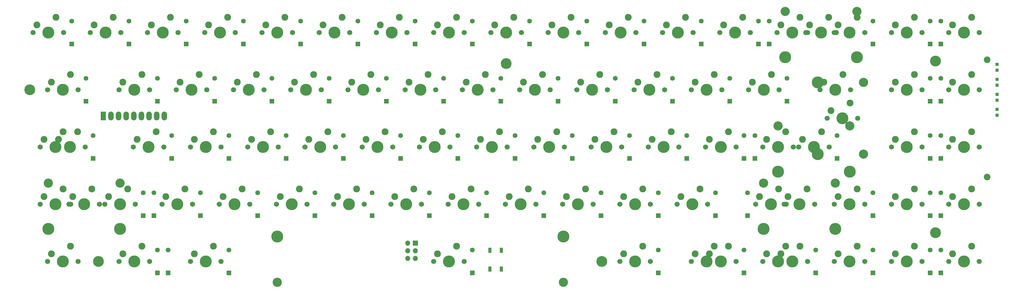
<source format=gbr>
%TF.GenerationSoftware,KiCad,Pcbnew,(5.99.0-9376-g8dcf5404fc)*%
%TF.CreationDate,2021-02-24T21:32:48+01:00*%
%TF.ProjectId,gud70,67756437-302e-46b6-9963-61645f706362,rev?*%
%TF.SameCoordinates,Original*%
%TF.FileFunction,Soldermask,Top*%
%TF.FilePolarity,Negative*%
%FSLAX46Y46*%
G04 Gerber Fmt 4.6, Leading zero omitted, Abs format (unit mm)*
G04 Created by KiCad (PCBNEW (5.99.0-9376-g8dcf5404fc)) date 2021-02-24 21:32:48*
%MOMM*%
%LPD*%
G01*
G04 APERTURE LIST*
%ADD10C,2.286000*%
%ADD11C,1.701800*%
%ADD12C,3.987800*%
%ADD13R,1.000000X1.700000*%
%ADD14C,3.600000*%
%ADD15R,1.800000X3.000000*%
%ADD16O,1.800000X3.000000*%
%ADD17C,3.048000*%
%ADD18R,1.000000X1.000000*%
%ADD19C,2.200000*%
%ADD20R,1.600000X1.600000*%
%ADD21C,1.600000*%
%ADD22R,1.700000X1.700000*%
%ADD23O,1.700000X1.700000*%
G04 APERTURE END LIST*
D10*
X150177500Y-61595000D03*
X143827500Y-64135000D03*
D11*
X142557500Y-66675000D03*
X152717500Y-66675000D03*
D12*
X147637500Y-66675000D03*
D13*
X160253250Y-81979751D03*
X160253250Y-88279751D03*
X156453250Y-81979751D03*
X156453250Y-88279751D03*
D14*
X26193772Y-85725072D03*
D10*
X14446250Y-61595000D03*
X8096250Y-64135000D03*
D11*
X16986250Y-66675000D03*
X6826250Y-66675000D03*
D12*
X11906250Y-66675000D03*
D10*
X97790000Y-23495000D03*
X91440000Y-26035000D03*
D11*
X90170000Y-28575000D03*
X100330000Y-28575000D03*
D12*
X95250000Y-28575000D03*
D10*
X73977500Y-61595000D03*
X67627500Y-64135000D03*
D11*
X66357500Y-66675000D03*
X76517500Y-66675000D03*
D12*
X71437500Y-66675000D03*
D10*
X16827500Y-80645000D03*
X10477500Y-83185000D03*
D12*
X14287500Y-85725000D03*
D11*
X9207500Y-85725000D03*
X19367500Y-85725000D03*
D10*
X207327500Y-80645000D03*
X200977500Y-83185000D03*
D12*
X204787500Y-85725000D03*
D11*
X199707500Y-85725000D03*
X209867500Y-85725000D03*
D10*
X54927500Y-61595000D03*
X48577500Y-64135000D03*
D11*
X47307500Y-66675000D03*
X57467500Y-66675000D03*
D12*
X52387500Y-66675000D03*
D10*
X78740000Y-23495000D03*
X72390000Y-26035000D03*
D11*
X71120000Y-28575000D03*
X81280000Y-28575000D03*
D12*
X76200000Y-28575000D03*
D10*
X83502500Y-42545000D03*
X77152500Y-45085000D03*
D11*
X75882500Y-47625000D03*
X86042500Y-47625000D03*
D12*
X80962500Y-47625000D03*
D10*
X126365000Y-4445000D03*
X120015000Y-6985000D03*
D11*
X118745000Y-9525000D03*
X128905000Y-9525000D03*
D12*
X123825000Y-9525000D03*
D10*
X107315000Y-4445000D03*
X100965000Y-6985000D03*
D11*
X99695000Y-9525000D03*
X109855000Y-9525000D03*
D12*
X104775000Y-9525000D03*
D10*
X278765000Y-80645000D03*
X272415000Y-83185000D03*
D11*
X271145000Y-85725000D03*
X281305000Y-85725000D03*
D12*
X276225000Y-85725000D03*
D10*
X259715216Y-4445008D03*
X253365216Y-6985008D03*
D11*
X252095216Y-9525008D03*
X262255216Y-9525008D03*
D12*
X257175216Y-9525008D03*
D10*
X274002728Y-23495024D03*
X267652728Y-26035024D03*
D12*
X271462728Y-28575024D03*
D11*
X266382728Y-28575024D03*
X276542728Y-28575024D03*
D10*
X316865000Y-42545000D03*
X310515000Y-45085000D03*
D11*
X309245000Y-47625000D03*
X319405000Y-47625000D03*
D12*
X314325000Y-47625000D03*
D10*
X252571250Y-61595000D03*
X246221250Y-64135000D03*
D11*
X255111250Y-66675000D03*
X244951250Y-66675000D03*
D12*
X250031250Y-66675000D03*
D10*
X193040000Y-23495000D03*
X186690000Y-26035000D03*
D11*
X185420000Y-28575000D03*
X195580000Y-28575000D03*
D12*
X190500000Y-28575000D03*
D10*
X235902500Y-42545000D03*
X229552500Y-45085000D03*
D11*
X228282500Y-47625000D03*
X238442500Y-47625000D03*
D12*
X233362500Y-47625000D03*
D10*
X159702500Y-42545000D03*
X153352500Y-45085000D03*
D11*
X152082500Y-47625000D03*
X162242500Y-47625000D03*
D12*
X157162500Y-47625000D03*
D10*
X278765232Y-4445008D03*
X272415232Y-6985008D03*
D11*
X271145232Y-9525008D03*
X281305232Y-9525008D03*
D12*
X276225232Y-9525008D03*
D14*
X304800000Y-76200000D03*
D15*
X27825000Y-37325000D03*
D16*
X30365000Y-37325000D03*
X32905000Y-37325000D03*
X35445000Y-37325000D03*
X37985000Y-37325000D03*
X40525000Y-37325000D03*
X43065000Y-37325000D03*
X45605000Y-37325000D03*
X48145000Y-37325000D03*
D14*
X161925000Y-19825000D03*
D10*
X297815000Y-80645000D03*
X291465000Y-83185000D03*
D11*
X290195000Y-85725000D03*
X300355000Y-85725000D03*
D12*
X295275000Y-85725000D03*
D10*
X14446250Y-42545000D03*
X8096250Y-45085000D03*
D11*
X16986250Y-47625000D03*
X6826250Y-47625000D03*
D12*
X11906250Y-47625000D03*
D10*
X316865000Y-80645000D03*
X310515000Y-83185000D03*
D11*
X309245000Y-85725000D03*
X319405000Y-85725000D03*
D12*
X314325000Y-85725000D03*
D10*
X178752500Y-42545000D03*
X172402500Y-45085000D03*
D11*
X171132500Y-47625000D03*
X181292500Y-47625000D03*
D12*
X176212500Y-47625000D03*
D10*
X12065000Y-4445000D03*
X5715000Y-6985000D03*
D11*
X4445000Y-9525000D03*
X14605000Y-9525000D03*
D12*
X9525000Y-9525000D03*
D10*
X45402500Y-42545000D03*
X39052500Y-45085000D03*
D11*
X37782500Y-47625000D03*
X47942500Y-47625000D03*
D12*
X42862500Y-47625000D03*
D14*
X3325001Y-28575000D03*
D10*
X121602500Y-42545000D03*
X115252500Y-45085000D03*
D11*
X113982500Y-47625000D03*
X124142500Y-47625000D03*
D12*
X119062500Y-47625000D03*
D10*
X197802500Y-42545000D03*
X191452500Y-45085000D03*
D11*
X190182500Y-47625000D03*
X200342500Y-47625000D03*
D12*
X195262500Y-47625000D03*
D10*
X88265000Y-4445000D03*
X81915000Y-6985000D03*
D11*
X80645000Y-9525000D03*
X90805000Y-9525000D03*
D12*
X85725000Y-9525000D03*
D10*
X240665000Y-4445000D03*
X234315000Y-6985000D03*
D11*
X233045000Y-9525000D03*
X243205000Y-9525000D03*
D12*
X238125000Y-9525000D03*
D10*
X278765000Y-61595000D03*
X272415000Y-64135000D03*
D11*
X271145000Y-66675000D03*
X281305000Y-66675000D03*
D12*
X276225000Y-66675000D03*
D10*
X250190000Y-23495000D03*
X243840000Y-26035000D03*
D11*
X242570000Y-28575000D03*
X252730000Y-28575000D03*
D12*
X247650000Y-28575000D03*
D10*
X276383750Y-33020000D03*
X270033750Y-35560000D03*
D11*
X268763750Y-38100000D03*
D12*
X273843750Y-38100000D03*
D11*
X278923750Y-38100000D03*
D17*
X280828750Y-50038000D03*
X280828750Y-26162000D03*
D12*
X265588750Y-26162000D03*
X265588750Y-50038000D03*
D18*
X325325000Y-20125000D03*
X325325000Y-22025000D03*
D10*
X221615000Y-4445000D03*
X215265000Y-6985000D03*
D11*
X213995000Y-9525000D03*
X224155000Y-9525000D03*
D12*
X219075000Y-9525000D03*
D10*
X216852500Y-42545000D03*
X210502500Y-45085000D03*
D11*
X209232500Y-47625000D03*
X219392500Y-47625000D03*
D12*
X214312500Y-47625000D03*
D10*
X262096468Y-61595056D03*
X255746468Y-64135056D03*
D11*
X264636468Y-66675056D03*
X254476468Y-66675056D03*
D12*
X259556468Y-66675056D03*
D17*
X271494468Y-59690056D03*
D12*
X271494468Y-74930056D03*
X247618468Y-74930056D03*
D17*
X247618468Y-59690056D03*
D10*
X19208750Y-42545000D03*
X12858750Y-45085000D03*
D11*
X21748750Y-47625000D03*
X11588750Y-47625000D03*
D12*
X16668750Y-47625000D03*
D10*
X145415000Y-4445000D03*
X139065000Y-6985000D03*
D11*
X137795000Y-9525000D03*
X147955000Y-9525000D03*
D12*
X142875000Y-9525000D03*
D10*
X297815000Y-42545000D03*
X291465000Y-45085000D03*
D11*
X290195000Y-47625000D03*
X300355000Y-47625000D03*
D12*
X295275000Y-47625000D03*
D10*
X154940000Y-23495000D03*
X148590000Y-26035000D03*
D11*
X147320000Y-28575000D03*
X157480000Y-28575000D03*
D12*
X152400000Y-28575000D03*
D10*
X297815000Y-4445000D03*
X291465000Y-6985000D03*
D11*
X290195000Y-9525000D03*
X300355000Y-9525000D03*
D12*
X295275000Y-9525000D03*
X85725000Y-77470000D03*
D17*
X85725000Y-92710000D03*
D12*
X180975000Y-77470000D03*
D17*
X180975000Y-92710000D03*
D10*
X145415000Y-80645000D03*
X139065000Y-83185000D03*
D11*
X147955000Y-85725000D03*
X137795000Y-85725000D03*
D12*
X142875000Y-85725000D03*
D10*
X316865000Y-61595000D03*
X310515000Y-64135000D03*
D11*
X309245000Y-66675000D03*
X319405000Y-66675000D03*
D12*
X314325000Y-66675000D03*
D10*
X69215000Y-4445000D03*
X62865000Y-6985000D03*
D11*
X61595000Y-9525000D03*
X71755000Y-9525000D03*
D12*
X66675000Y-9525000D03*
D10*
X131127500Y-61595000D03*
X124777500Y-64135000D03*
D11*
X123507500Y-66675000D03*
X133667500Y-66675000D03*
D12*
X128587500Y-66675000D03*
D10*
X64452500Y-80645000D03*
X58102500Y-83185000D03*
D12*
X61912500Y-85725000D03*
D11*
X56832500Y-85725000D03*
X66992500Y-85725000D03*
D10*
X16827500Y-23495000D03*
X10477500Y-26035000D03*
D12*
X14287500Y-28575000D03*
D11*
X9207500Y-28575000D03*
X19367500Y-28575000D03*
D18*
X325325000Y-37025000D03*
X325325000Y-35125000D03*
D10*
X173990000Y-23495000D03*
X167640000Y-26035000D03*
D11*
X166370000Y-28575000D03*
X176530000Y-28575000D03*
D12*
X171450000Y-28575000D03*
D10*
X266858750Y-42545000D03*
X260508750Y-45085000D03*
D17*
X276256750Y-40640000D03*
D12*
X276256750Y-55880000D03*
D11*
X269398750Y-47625000D03*
X259238750Y-47625000D03*
D12*
X252380750Y-55880000D03*
X264318750Y-47625000D03*
D17*
X252380750Y-40640000D03*
D10*
X140652500Y-42545000D03*
X134302500Y-45085000D03*
D11*
X133032500Y-47625000D03*
X143192500Y-47625000D03*
D12*
X138112500Y-47625000D03*
D10*
X254952500Y-42545000D03*
X248602500Y-45085000D03*
D11*
X247332500Y-47625000D03*
X257492500Y-47625000D03*
D12*
X252412500Y-47625000D03*
D10*
X207327500Y-61595000D03*
X200977500Y-64135000D03*
D11*
X199707500Y-66675000D03*
X209867500Y-66675000D03*
D12*
X204787500Y-66675000D03*
D10*
X64452500Y-42545000D03*
X58102500Y-45085000D03*
D11*
X56832500Y-47625000D03*
X66992500Y-47625000D03*
D12*
X61912500Y-47625000D03*
D10*
X297815000Y-61595000D03*
X291465000Y-64135000D03*
D11*
X290195000Y-66675000D03*
X300355000Y-66675000D03*
D12*
X295275000Y-66675000D03*
D11*
X271780000Y-9525000D03*
D17*
X254762000Y-2540000D03*
D12*
X266700000Y-9525000D03*
D17*
X278638000Y-2540000D03*
D11*
X261620000Y-9525000D03*
D12*
X278638000Y-17780000D03*
X254762000Y-17780000D03*
D10*
X269240000Y-4445000D03*
X262890000Y-6985000D03*
X297815000Y-23495000D03*
X291465000Y-26035000D03*
D11*
X290195000Y-28575000D03*
X300355000Y-28575000D03*
D12*
X295275000Y-28575000D03*
D10*
X35877500Y-61595000D03*
X29527500Y-64135000D03*
D11*
X28257500Y-66675000D03*
X38417500Y-66675000D03*
D12*
X33337500Y-66675000D03*
D14*
X193725000Y-85725000D03*
D10*
X202565000Y-4445000D03*
X196215000Y-6985000D03*
D11*
X194945000Y-9525000D03*
X205105000Y-9525000D03*
D12*
X200025000Y-9525000D03*
D10*
X59690000Y-23495000D03*
X53340000Y-26035000D03*
D11*
X52070000Y-28575000D03*
X62230000Y-28575000D03*
D12*
X57150000Y-28575000D03*
D10*
X31115000Y-4445000D03*
X24765000Y-6985000D03*
D11*
X23495000Y-9525000D03*
X33655000Y-9525000D03*
D12*
X28575000Y-9525000D03*
D10*
X40640000Y-23495000D03*
X34290000Y-26035000D03*
D11*
X33020000Y-28575000D03*
X43180000Y-28575000D03*
D12*
X38100000Y-28575000D03*
D10*
X259715216Y-80645072D03*
X253365216Y-83185072D03*
D11*
X252095216Y-85725072D03*
X262255216Y-85725072D03*
D12*
X257175216Y-85725072D03*
D10*
X135890000Y-23495000D03*
X129540000Y-26035000D03*
D11*
X128270000Y-28575000D03*
X138430000Y-28575000D03*
D12*
X133350000Y-28575000D03*
D10*
X226377500Y-61595000D03*
X220027500Y-64135000D03*
D11*
X218757500Y-66675000D03*
X228917500Y-66675000D03*
D12*
X223837500Y-66675000D03*
D10*
X231140000Y-80645000D03*
X224790000Y-83185000D03*
D11*
X223520000Y-85725000D03*
X233680000Y-85725000D03*
D12*
X228600000Y-85725000D03*
D10*
X212090000Y-23495000D03*
X205740000Y-26035000D03*
D11*
X204470000Y-28575000D03*
X214630000Y-28575000D03*
D12*
X209550000Y-28575000D03*
D10*
X112077500Y-61595000D03*
X105727500Y-64135000D03*
D11*
X104457500Y-66675000D03*
X114617500Y-66675000D03*
D12*
X109537500Y-66675000D03*
D10*
X235902696Y-80645072D03*
X229552696Y-83185072D03*
D11*
X228282696Y-85725072D03*
D12*
X233362696Y-85725072D03*
D11*
X238442696Y-85725072D03*
D18*
X325325000Y-30125000D03*
X325325000Y-32025000D03*
D10*
X316865000Y-4445000D03*
X310515000Y-6985000D03*
D11*
X309245000Y-9525000D03*
X319405000Y-9525000D03*
D12*
X314325000Y-9525000D03*
D19*
X322025000Y-57625000D03*
X322025000Y-18625000D03*
D10*
X23971250Y-61595000D03*
X17621250Y-64135000D03*
D17*
X33369250Y-59690000D03*
D12*
X33369250Y-74930000D03*
D11*
X26511250Y-66675000D03*
X16351250Y-66675000D03*
D12*
X9493250Y-74930000D03*
X21431250Y-66675000D03*
D17*
X9493250Y-59690000D03*
D10*
X254952500Y-80645000D03*
X248602500Y-83185000D03*
D12*
X252412500Y-85725000D03*
D11*
X247332500Y-85725000D03*
X257492500Y-85725000D03*
D10*
X183515000Y-4445000D03*
X177165000Y-6985000D03*
D11*
X175895000Y-9525000D03*
X186055000Y-9525000D03*
D12*
X180975000Y-9525000D03*
D14*
X304800000Y-19050000D03*
D10*
X231140000Y-23495000D03*
X224790000Y-26035000D03*
D11*
X223520000Y-28575000D03*
X233680000Y-28575000D03*
D12*
X228600000Y-28575000D03*
D10*
X116840000Y-23495000D03*
X110490000Y-26035000D03*
D11*
X109220000Y-28575000D03*
X119380000Y-28575000D03*
D12*
X114300000Y-28575000D03*
D10*
X316865000Y-23495000D03*
X310515000Y-26035000D03*
D11*
X309245000Y-28575000D03*
X319405000Y-28575000D03*
D12*
X314325000Y-28575000D03*
D10*
X102552500Y-42545000D03*
X96202500Y-45085000D03*
D11*
X94932500Y-47625000D03*
X105092500Y-47625000D03*
D12*
X100012500Y-47625000D03*
D10*
X169227500Y-61595000D03*
X162877500Y-64135000D03*
D11*
X161607500Y-66675000D03*
X171767500Y-66675000D03*
D12*
X166687500Y-66675000D03*
D10*
X50165000Y-4445000D03*
X43815000Y-6985000D03*
D11*
X42545000Y-9525000D03*
X52705000Y-9525000D03*
D12*
X47625000Y-9525000D03*
D10*
X40640000Y-80645000D03*
X34290000Y-83185000D03*
D11*
X33020000Y-85725000D03*
X43180000Y-85725000D03*
D12*
X38100000Y-85725000D03*
D18*
X325325000Y-27025000D03*
X325325000Y-25125000D03*
D10*
X164465000Y-4445000D03*
X158115000Y-6985000D03*
D11*
X156845000Y-9525000D03*
X167005000Y-9525000D03*
D12*
X161925000Y-9525000D03*
D10*
X188277500Y-61595000D03*
X181927500Y-64135000D03*
D11*
X180657500Y-66675000D03*
X190817500Y-66675000D03*
D12*
X185737500Y-66675000D03*
D10*
X93027500Y-61595000D03*
X86677500Y-64135000D03*
D11*
X85407500Y-66675000D03*
X95567500Y-66675000D03*
D12*
X90487500Y-66675000D03*
D20*
X44648467Y-70485048D03*
D21*
X44648467Y-62865048D03*
D20*
X179189205Y-32385016D03*
D21*
X179189205Y-24765016D03*
D20*
X207764229Y-13335000D03*
D21*
X207764229Y-5715000D03*
D20*
X49410971Y-89535064D03*
D21*
X49410971Y-81915064D03*
D20*
X102989141Y-32385016D03*
D21*
X102989141Y-24765016D03*
D20*
X264914285Y-89535072D03*
D21*
X264914285Y-81915072D03*
D20*
X306586187Y-89535064D03*
D21*
X306586187Y-81915064D03*
D20*
X79176621Y-70485048D03*
D21*
X79176621Y-62865048D03*
D20*
X283964293Y-70485048D03*
D21*
X283964293Y-62865048D03*
D20*
X136326669Y-70485048D03*
D21*
X136326669Y-62865048D03*
D20*
X88701629Y-51435032D03*
D21*
X88701629Y-43815032D03*
D20*
X160139189Y-32385016D03*
D21*
X160139189Y-24765016D03*
D20*
X212526733Y-70485048D03*
D21*
X212526733Y-62865048D03*
D20*
X188714213Y-13335000D03*
D21*
X188714213Y-5715000D03*
D20*
X74414117Y-13335000D03*
D21*
X74414117Y-5715000D03*
D20*
X303014309Y-51435032D03*
D21*
X303014309Y-43815032D03*
D20*
X244673635Y-51434968D03*
D21*
X244673635Y-43814968D03*
D20*
X242292391Y-70485056D03*
D21*
X242292391Y-62865056D03*
D20*
X272058033Y-51435032D03*
D21*
X272058033Y-43815032D03*
D20*
X283964293Y-89535064D03*
D21*
X283964293Y-81915064D03*
D20*
X198239221Y-32384952D03*
D21*
X198239221Y-24764952D03*
D20*
X24407825Y-51434968D03*
D21*
X24407825Y-43814968D03*
D20*
X255389269Y-32384952D03*
D21*
X255389269Y-24764952D03*
D20*
X241101765Y-89535064D03*
D21*
X241101765Y-81915064D03*
D20*
X22026573Y-32384952D03*
D21*
X22026573Y-24764952D03*
D20*
X203001725Y-51435032D03*
D21*
X203001725Y-43815032D03*
D20*
X117276653Y-70485048D03*
D21*
X117276653Y-62865048D03*
D20*
X212526733Y-89535064D03*
D21*
X212526733Y-81915064D03*
D20*
X303014309Y-89535064D03*
D21*
X303014309Y-81915064D03*
D20*
X131564165Y-13334936D03*
D21*
X131564165Y-5714936D03*
D20*
X217289237Y-32384952D03*
D21*
X217289237Y-24764952D03*
D20*
X69651613Y-51434968D03*
D21*
X69651613Y-43814968D03*
D20*
X245864261Y-13334936D03*
D21*
X245864261Y-5714936D03*
D20*
X183951709Y-51434968D03*
D21*
X183951709Y-43814968D03*
D20*
X41076589Y-70485048D03*
D21*
X41076589Y-62865048D03*
D20*
X249436147Y-13335008D03*
D21*
X249436147Y-5715008D03*
D20*
X83939125Y-32385016D03*
D21*
X83939125Y-24765016D03*
D20*
X169664197Y-13334936D03*
D21*
X169664197Y-5714936D03*
D20*
X236339253Y-32385016D03*
D21*
X236339253Y-24765016D03*
D20*
X60126605Y-70485048D03*
D21*
X60126605Y-62865048D03*
D20*
X303014309Y-13334936D03*
D21*
X303014309Y-5714936D03*
D20*
X303014309Y-70485048D03*
D21*
X303014309Y-62865048D03*
D20*
X141089173Y-32384952D03*
D21*
X141089173Y-24764952D03*
D20*
X155376685Y-70485048D03*
D21*
X155376685Y-62865048D03*
D20*
X164901693Y-51434968D03*
D21*
X164901693Y-43814968D03*
D20*
X126801661Y-51434968D03*
D21*
X126801661Y-43814968D03*
D20*
X122039157Y-32385016D03*
D21*
X122039157Y-24765016D03*
D20*
X150614181Y-13334936D03*
D21*
X150614181Y-5714936D03*
D20*
X306586187Y-32385016D03*
D21*
X306586187Y-24765016D03*
D20*
X222051741Y-51434968D03*
D21*
X222051741Y-43814968D03*
D20*
X93464133Y-13335000D03*
D21*
X93464133Y-5715000D03*
D20*
X50601597Y-51435032D03*
D21*
X50601597Y-43815032D03*
D20*
X150614181Y-89535064D03*
D21*
X150614181Y-81915064D03*
D20*
X303014309Y-32385016D03*
D21*
X303014309Y-24765016D03*
D20*
X36314085Y-13334936D03*
D21*
X36314085Y-5714936D03*
D20*
X231576749Y-70485048D03*
D21*
X231576749Y-62865048D03*
D20*
X112514149Y-13334936D03*
D21*
X112514149Y-5714936D03*
D20*
X306586187Y-13335000D03*
D21*
X306586187Y-5715000D03*
D20*
X145851677Y-51435032D03*
D21*
X145851677Y-43815032D03*
D20*
X55364101Y-13334936D03*
D21*
X55364101Y-5714936D03*
D22*
X131643539Y-79613186D03*
D23*
X129103539Y-79613186D03*
X131643539Y-82153186D03*
X129103539Y-82153186D03*
X131643539Y-84693186D03*
X129103539Y-84693186D03*
D20*
X226814245Y-13335000D03*
D21*
X226814245Y-5715000D03*
D20*
X64889109Y-32384952D03*
D21*
X64889109Y-24764952D03*
D20*
X45839093Y-32385016D03*
D21*
X45839093Y-24765016D03*
D20*
X98226637Y-70485048D03*
D21*
X98226637Y-62865048D03*
D20*
X306586187Y-51435032D03*
D21*
X306586187Y-43815032D03*
D20*
X45839093Y-89535064D03*
D21*
X45839093Y-81915064D03*
D20*
X306586187Y-70485048D03*
D21*
X306586187Y-62865048D03*
D20*
X193476717Y-70485048D03*
D21*
X193476717Y-62865048D03*
D20*
X17264069Y-13335000D03*
D21*
X17264069Y-5715000D03*
D20*
X241101757Y-51434968D03*
D21*
X241101757Y-43814968D03*
D20*
X174426701Y-70485048D03*
D21*
X174426701Y-62865048D03*
D20*
X283964301Y-13335000D03*
D21*
X283964301Y-5715000D03*
D20*
X69651613Y-89535064D03*
D21*
X69651613Y-81915064D03*
D20*
X107751645Y-51434968D03*
D21*
X107751645Y-43814968D03*
M02*

</source>
